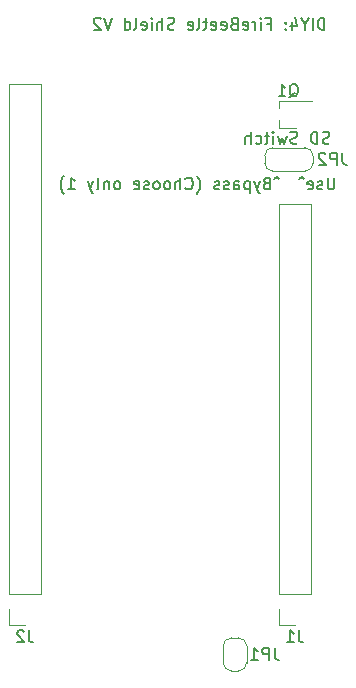
<source format=gbr>
%TF.GenerationSoftware,KiCad,Pcbnew,(6.0.8)*%
%TF.CreationDate,2022-10-21T13:47:49-04:00*%
%TF.ProjectId,firebeetle-shield,66697265-6265-4657-946c-652d73686965,v2*%
%TF.SameCoordinates,Original*%
%TF.FileFunction,Legend,Bot*%
%TF.FilePolarity,Positive*%
%FSLAX46Y46*%
G04 Gerber Fmt 4.6, Leading zero omitted, Abs format (unit mm)*
G04 Created by KiCad (PCBNEW (6.0.8)) date 2022-10-21 13:47:49*
%MOMM*%
%LPD*%
G01*
G04 APERTURE LIST*
%ADD10C,0.150000*%
%ADD11C,0.120000*%
G04 APERTURE END LIST*
D10*
X125071523Y-113432419D02*
X124881047Y-113289561D01*
X124690571Y-113432419D01*
X124023904Y-113813371D02*
X123881047Y-113860990D01*
X123833428Y-113908609D01*
X123785809Y-114003847D01*
X123785809Y-114146704D01*
X123833428Y-114241942D01*
X123881047Y-114289561D01*
X123976285Y-114337180D01*
X124357238Y-114337180D01*
X124357238Y-113337180D01*
X124023904Y-113337180D01*
X123928666Y-113384800D01*
X123881047Y-113432419D01*
X123833428Y-113527657D01*
X123833428Y-113622895D01*
X123881047Y-113718133D01*
X123928666Y-113765752D01*
X124023904Y-113813371D01*
X124357238Y-113813371D01*
X123452476Y-113670514D02*
X123214380Y-114337180D01*
X122976285Y-113670514D02*
X123214380Y-114337180D01*
X123309619Y-114575276D01*
X123357238Y-114622895D01*
X123452476Y-114670514D01*
X122595333Y-113670514D02*
X122595333Y-114670514D01*
X122595333Y-113718133D02*
X122500095Y-113670514D01*
X122309619Y-113670514D01*
X122214380Y-113718133D01*
X122166761Y-113765752D01*
X122119142Y-113860990D01*
X122119142Y-114146704D01*
X122166761Y-114241942D01*
X122214380Y-114289561D01*
X122309619Y-114337180D01*
X122500095Y-114337180D01*
X122595333Y-114289561D01*
X121262000Y-114337180D02*
X121262000Y-113813371D01*
X121309619Y-113718133D01*
X121404857Y-113670514D01*
X121595333Y-113670514D01*
X121690571Y-113718133D01*
X121262000Y-114289561D02*
X121357238Y-114337180D01*
X121595333Y-114337180D01*
X121690571Y-114289561D01*
X121738190Y-114194323D01*
X121738190Y-114099085D01*
X121690571Y-114003847D01*
X121595333Y-113956228D01*
X121357238Y-113956228D01*
X121262000Y-113908609D01*
X120833428Y-114289561D02*
X120738190Y-114337180D01*
X120547714Y-114337180D01*
X120452476Y-114289561D01*
X120404857Y-114194323D01*
X120404857Y-114146704D01*
X120452476Y-114051466D01*
X120547714Y-114003847D01*
X120690571Y-114003847D01*
X120785809Y-113956228D01*
X120833428Y-113860990D01*
X120833428Y-113813371D01*
X120785809Y-113718133D01*
X120690571Y-113670514D01*
X120547714Y-113670514D01*
X120452476Y-113718133D01*
X120023904Y-114289561D02*
X119928666Y-114337180D01*
X119738190Y-114337180D01*
X119642952Y-114289561D01*
X119595333Y-114194323D01*
X119595333Y-114146704D01*
X119642952Y-114051466D01*
X119738190Y-114003847D01*
X119881047Y-114003847D01*
X119976285Y-113956228D01*
X120023904Y-113860990D01*
X120023904Y-113813371D01*
X119976285Y-113718133D01*
X119881047Y-113670514D01*
X119738190Y-113670514D01*
X119642952Y-113718133D01*
X118119142Y-114718133D02*
X118166761Y-114670514D01*
X118262000Y-114527657D01*
X118309619Y-114432419D01*
X118357238Y-114289561D01*
X118404857Y-114051466D01*
X118404857Y-113860990D01*
X118357238Y-113622895D01*
X118309619Y-113480038D01*
X118262000Y-113384800D01*
X118166761Y-113241942D01*
X118119142Y-113194323D01*
X117166761Y-114241942D02*
X117214380Y-114289561D01*
X117357238Y-114337180D01*
X117452476Y-114337180D01*
X117595333Y-114289561D01*
X117690571Y-114194323D01*
X117738190Y-114099085D01*
X117785809Y-113908609D01*
X117785809Y-113765752D01*
X117738190Y-113575276D01*
X117690571Y-113480038D01*
X117595333Y-113384800D01*
X117452476Y-113337180D01*
X117357238Y-113337180D01*
X117214380Y-113384800D01*
X117166761Y-113432419D01*
X116738190Y-114337180D02*
X116738190Y-113337180D01*
X116309619Y-114337180D02*
X116309619Y-113813371D01*
X116357238Y-113718133D01*
X116452476Y-113670514D01*
X116595333Y-113670514D01*
X116690571Y-113718133D01*
X116738190Y-113765752D01*
X115690571Y-114337180D02*
X115785809Y-114289561D01*
X115833428Y-114241942D01*
X115881047Y-114146704D01*
X115881047Y-113860990D01*
X115833428Y-113765752D01*
X115785809Y-113718133D01*
X115690571Y-113670514D01*
X115547714Y-113670514D01*
X115452476Y-113718133D01*
X115404857Y-113765752D01*
X115357238Y-113860990D01*
X115357238Y-114146704D01*
X115404857Y-114241942D01*
X115452476Y-114289561D01*
X115547714Y-114337180D01*
X115690571Y-114337180D01*
X114785809Y-114337180D02*
X114881047Y-114289561D01*
X114928666Y-114241942D01*
X114976285Y-114146704D01*
X114976285Y-113860990D01*
X114928666Y-113765752D01*
X114881047Y-113718133D01*
X114785809Y-113670514D01*
X114642952Y-113670514D01*
X114547714Y-113718133D01*
X114500095Y-113765752D01*
X114452476Y-113860990D01*
X114452476Y-114146704D01*
X114500095Y-114241942D01*
X114547714Y-114289561D01*
X114642952Y-114337180D01*
X114785809Y-114337180D01*
X114071523Y-114289561D02*
X113976285Y-114337180D01*
X113785809Y-114337180D01*
X113690571Y-114289561D01*
X113642952Y-114194323D01*
X113642952Y-114146704D01*
X113690571Y-114051466D01*
X113785809Y-114003847D01*
X113928666Y-114003847D01*
X114023904Y-113956228D01*
X114071523Y-113860990D01*
X114071523Y-113813371D01*
X114023904Y-113718133D01*
X113928666Y-113670514D01*
X113785809Y-113670514D01*
X113690571Y-113718133D01*
X112833428Y-114289561D02*
X112928666Y-114337180D01*
X113119142Y-114337180D01*
X113214380Y-114289561D01*
X113262000Y-114194323D01*
X113262000Y-113813371D01*
X113214380Y-113718133D01*
X113119142Y-113670514D01*
X112928666Y-113670514D01*
X112833428Y-113718133D01*
X112785809Y-113813371D01*
X112785809Y-113908609D01*
X113262000Y-114003847D01*
X111452476Y-114337180D02*
X111547714Y-114289561D01*
X111595333Y-114241942D01*
X111642952Y-114146704D01*
X111642952Y-113860990D01*
X111595333Y-113765752D01*
X111547714Y-113718133D01*
X111452476Y-113670514D01*
X111309619Y-113670514D01*
X111214380Y-113718133D01*
X111166761Y-113765752D01*
X111119142Y-113860990D01*
X111119142Y-114146704D01*
X111166761Y-114241942D01*
X111214380Y-114289561D01*
X111309619Y-114337180D01*
X111452476Y-114337180D01*
X110690571Y-113670514D02*
X110690571Y-114337180D01*
X110690571Y-113765752D02*
X110642952Y-113718133D01*
X110547714Y-113670514D01*
X110404857Y-113670514D01*
X110309619Y-113718133D01*
X110262000Y-113813371D01*
X110262000Y-114337180D01*
X109642952Y-114337180D02*
X109738190Y-114289561D01*
X109785809Y-114194323D01*
X109785809Y-113337180D01*
X109357238Y-113670514D02*
X109119142Y-114337180D01*
X108881047Y-113670514D02*
X109119142Y-114337180D01*
X109214380Y-114575276D01*
X109262000Y-114622895D01*
X109357238Y-114670514D01*
X107214380Y-114337180D02*
X107785809Y-114337180D01*
X107500095Y-114337180D02*
X107500095Y-113337180D01*
X107595333Y-113480038D01*
X107690571Y-113575276D01*
X107785809Y-113622895D01*
X106881047Y-114718133D02*
X106833428Y-114670514D01*
X106738190Y-114527657D01*
X106690571Y-114432419D01*
X106642952Y-114289561D01*
X106595333Y-114051466D01*
X106595333Y-113860990D01*
X106642952Y-113622895D01*
X106690571Y-113480038D01*
X106738190Y-113384800D01*
X106833428Y-113241942D01*
X106881047Y-113194323D01*
X128929095Y-100824380D02*
X128929095Y-99824380D01*
X128691000Y-99824380D01*
X128548142Y-99872000D01*
X128452904Y-99967238D01*
X128405285Y-100062476D01*
X128357666Y-100252952D01*
X128357666Y-100395809D01*
X128405285Y-100586285D01*
X128452904Y-100681523D01*
X128548142Y-100776761D01*
X128691000Y-100824380D01*
X128929095Y-100824380D01*
X127929095Y-100824380D02*
X127929095Y-99824380D01*
X127262428Y-100348190D02*
X127262428Y-100824380D01*
X127595761Y-99824380D02*
X127262428Y-100348190D01*
X126929095Y-99824380D01*
X126167190Y-100157714D02*
X126167190Y-100824380D01*
X126405285Y-99776761D02*
X126643380Y-100491047D01*
X126024333Y-100491047D01*
X125643380Y-100729142D02*
X125595761Y-100776761D01*
X125643380Y-100824380D01*
X125691000Y-100776761D01*
X125643380Y-100729142D01*
X125643380Y-100824380D01*
X125643380Y-100205333D02*
X125595761Y-100252952D01*
X125643380Y-100300571D01*
X125691000Y-100252952D01*
X125643380Y-100205333D01*
X125643380Y-100300571D01*
X124071952Y-100300571D02*
X124405285Y-100300571D01*
X124405285Y-100824380D02*
X124405285Y-99824380D01*
X123929095Y-99824380D01*
X123548142Y-100824380D02*
X123548142Y-100157714D01*
X123548142Y-99824380D02*
X123595761Y-99872000D01*
X123548142Y-99919619D01*
X123500523Y-99872000D01*
X123548142Y-99824380D01*
X123548142Y-99919619D01*
X123071952Y-100824380D02*
X123071952Y-100157714D01*
X123071952Y-100348190D02*
X123024333Y-100252952D01*
X122976714Y-100205333D01*
X122881476Y-100157714D01*
X122786238Y-100157714D01*
X122071952Y-100776761D02*
X122167190Y-100824380D01*
X122357666Y-100824380D01*
X122452904Y-100776761D01*
X122500523Y-100681523D01*
X122500523Y-100300571D01*
X122452904Y-100205333D01*
X122357666Y-100157714D01*
X122167190Y-100157714D01*
X122071952Y-100205333D01*
X122024333Y-100300571D01*
X122024333Y-100395809D01*
X122500523Y-100491047D01*
X121262428Y-100300571D02*
X121119571Y-100348190D01*
X121071952Y-100395809D01*
X121024333Y-100491047D01*
X121024333Y-100633904D01*
X121071952Y-100729142D01*
X121119571Y-100776761D01*
X121214809Y-100824380D01*
X121595761Y-100824380D01*
X121595761Y-99824380D01*
X121262428Y-99824380D01*
X121167190Y-99872000D01*
X121119571Y-99919619D01*
X121071952Y-100014857D01*
X121071952Y-100110095D01*
X121119571Y-100205333D01*
X121167190Y-100252952D01*
X121262428Y-100300571D01*
X121595761Y-100300571D01*
X120214809Y-100776761D02*
X120310047Y-100824380D01*
X120500523Y-100824380D01*
X120595761Y-100776761D01*
X120643380Y-100681523D01*
X120643380Y-100300571D01*
X120595761Y-100205333D01*
X120500523Y-100157714D01*
X120310047Y-100157714D01*
X120214809Y-100205333D01*
X120167190Y-100300571D01*
X120167190Y-100395809D01*
X120643380Y-100491047D01*
X119357666Y-100776761D02*
X119452904Y-100824380D01*
X119643380Y-100824380D01*
X119738619Y-100776761D01*
X119786238Y-100681523D01*
X119786238Y-100300571D01*
X119738619Y-100205333D01*
X119643380Y-100157714D01*
X119452904Y-100157714D01*
X119357666Y-100205333D01*
X119310047Y-100300571D01*
X119310047Y-100395809D01*
X119786238Y-100491047D01*
X119024333Y-100157714D02*
X118643380Y-100157714D01*
X118881476Y-99824380D02*
X118881476Y-100681523D01*
X118833857Y-100776761D01*
X118738619Y-100824380D01*
X118643380Y-100824380D01*
X118167190Y-100824380D02*
X118262428Y-100776761D01*
X118310047Y-100681523D01*
X118310047Y-99824380D01*
X117405285Y-100776761D02*
X117500523Y-100824380D01*
X117691000Y-100824380D01*
X117786238Y-100776761D01*
X117833857Y-100681523D01*
X117833857Y-100300571D01*
X117786238Y-100205333D01*
X117691000Y-100157714D01*
X117500523Y-100157714D01*
X117405285Y-100205333D01*
X117357666Y-100300571D01*
X117357666Y-100395809D01*
X117833857Y-100491047D01*
X116214809Y-100776761D02*
X116071952Y-100824380D01*
X115833857Y-100824380D01*
X115738619Y-100776761D01*
X115691000Y-100729142D01*
X115643380Y-100633904D01*
X115643380Y-100538666D01*
X115691000Y-100443428D01*
X115738619Y-100395809D01*
X115833857Y-100348190D01*
X116024333Y-100300571D01*
X116119571Y-100252952D01*
X116167190Y-100205333D01*
X116214809Y-100110095D01*
X116214809Y-100014857D01*
X116167190Y-99919619D01*
X116119571Y-99872000D01*
X116024333Y-99824380D01*
X115786238Y-99824380D01*
X115643380Y-99872000D01*
X115214809Y-100824380D02*
X115214809Y-99824380D01*
X114786238Y-100824380D02*
X114786238Y-100300571D01*
X114833857Y-100205333D01*
X114929095Y-100157714D01*
X115071952Y-100157714D01*
X115167190Y-100205333D01*
X115214809Y-100252952D01*
X114310047Y-100824380D02*
X114310047Y-100157714D01*
X114310047Y-99824380D02*
X114357666Y-99872000D01*
X114310047Y-99919619D01*
X114262428Y-99872000D01*
X114310047Y-99824380D01*
X114310047Y-99919619D01*
X113452904Y-100776761D02*
X113548142Y-100824380D01*
X113738619Y-100824380D01*
X113833857Y-100776761D01*
X113881476Y-100681523D01*
X113881476Y-100300571D01*
X113833857Y-100205333D01*
X113738619Y-100157714D01*
X113548142Y-100157714D01*
X113452904Y-100205333D01*
X113405285Y-100300571D01*
X113405285Y-100395809D01*
X113881476Y-100491047D01*
X112833857Y-100824380D02*
X112929095Y-100776761D01*
X112976714Y-100681523D01*
X112976714Y-99824380D01*
X112024333Y-100824380D02*
X112024333Y-99824380D01*
X112024333Y-100776761D02*
X112119571Y-100824380D01*
X112310047Y-100824380D01*
X112405285Y-100776761D01*
X112452904Y-100729142D01*
X112500523Y-100633904D01*
X112500523Y-100348190D01*
X112452904Y-100252952D01*
X112405285Y-100205333D01*
X112310047Y-100157714D01*
X112119571Y-100157714D01*
X112024333Y-100205333D01*
X110929095Y-99824380D02*
X110595761Y-100824380D01*
X110262428Y-99824380D01*
X109976714Y-99919619D02*
X109929095Y-99872000D01*
X109833857Y-99824380D01*
X109595761Y-99824380D01*
X109500523Y-99872000D01*
X109452904Y-99919619D01*
X109405285Y-100014857D01*
X109405285Y-100110095D01*
X109452904Y-100252952D01*
X110024333Y-100824380D01*
X109405285Y-100824380D01*
X129765161Y-113337180D02*
X129765161Y-114146704D01*
X129717542Y-114241942D01*
X129669923Y-114289561D01*
X129574685Y-114337180D01*
X129384209Y-114337180D01*
X129288971Y-114289561D01*
X129241352Y-114241942D01*
X129193733Y-114146704D01*
X129193733Y-113337180D01*
X128765161Y-114289561D02*
X128669923Y-114337180D01*
X128479447Y-114337180D01*
X128384209Y-114289561D01*
X128336590Y-114194323D01*
X128336590Y-114146704D01*
X128384209Y-114051466D01*
X128479447Y-114003847D01*
X128622304Y-114003847D01*
X128717542Y-113956228D01*
X128765161Y-113860990D01*
X128765161Y-113813371D01*
X128717542Y-113718133D01*
X128622304Y-113670514D01*
X128479447Y-113670514D01*
X128384209Y-113718133D01*
X127527066Y-114289561D02*
X127622304Y-114337180D01*
X127812780Y-114337180D01*
X127908019Y-114289561D01*
X127955638Y-114194323D01*
X127955638Y-113813371D01*
X127908019Y-113718133D01*
X127812780Y-113670514D01*
X127622304Y-113670514D01*
X127527066Y-113718133D01*
X127479447Y-113813371D01*
X127479447Y-113908609D01*
X127955638Y-114003847D01*
X127193733Y-113432419D02*
X127003257Y-113289561D01*
X126812780Y-113432419D01*
X129341028Y-110428761D02*
X129198171Y-110476380D01*
X128960076Y-110476380D01*
X128864838Y-110428761D01*
X128817219Y-110381142D01*
X128769600Y-110285904D01*
X128769600Y-110190666D01*
X128817219Y-110095428D01*
X128864838Y-110047809D01*
X128960076Y-110000190D01*
X129150552Y-109952571D01*
X129245790Y-109904952D01*
X129293409Y-109857333D01*
X129341028Y-109762095D01*
X129341028Y-109666857D01*
X129293409Y-109571619D01*
X129245790Y-109524000D01*
X129150552Y-109476380D01*
X128912457Y-109476380D01*
X128769600Y-109524000D01*
X128341028Y-110476380D02*
X128341028Y-109476380D01*
X128102933Y-109476380D01*
X127960076Y-109524000D01*
X127864838Y-109619238D01*
X127817219Y-109714476D01*
X127769600Y-109904952D01*
X127769600Y-110047809D01*
X127817219Y-110238285D01*
X127864838Y-110333523D01*
X127960076Y-110428761D01*
X128102933Y-110476380D01*
X128341028Y-110476380D01*
X126626742Y-110428761D02*
X126483885Y-110476380D01*
X126245790Y-110476380D01*
X126150552Y-110428761D01*
X126102933Y-110381142D01*
X126055314Y-110285904D01*
X126055314Y-110190666D01*
X126102933Y-110095428D01*
X126150552Y-110047809D01*
X126245790Y-110000190D01*
X126436266Y-109952571D01*
X126531504Y-109904952D01*
X126579123Y-109857333D01*
X126626742Y-109762095D01*
X126626742Y-109666857D01*
X126579123Y-109571619D01*
X126531504Y-109524000D01*
X126436266Y-109476380D01*
X126198171Y-109476380D01*
X126055314Y-109524000D01*
X125721980Y-109809714D02*
X125531504Y-110476380D01*
X125341028Y-110000190D01*
X125150552Y-110476380D01*
X124960076Y-109809714D01*
X124579123Y-110476380D02*
X124579123Y-109809714D01*
X124579123Y-109476380D02*
X124626742Y-109524000D01*
X124579123Y-109571619D01*
X124531504Y-109524000D01*
X124579123Y-109476380D01*
X124579123Y-109571619D01*
X124245790Y-109809714D02*
X123864838Y-109809714D01*
X124102933Y-109476380D02*
X124102933Y-110333523D01*
X124055314Y-110428761D01*
X123960076Y-110476380D01*
X123864838Y-110476380D01*
X123102933Y-110428761D02*
X123198171Y-110476380D01*
X123388647Y-110476380D01*
X123483885Y-110428761D01*
X123531504Y-110381142D01*
X123579123Y-110285904D01*
X123579123Y-110000190D01*
X123531504Y-109904952D01*
X123483885Y-109857333D01*
X123388647Y-109809714D01*
X123198171Y-109809714D01*
X123102933Y-109857333D01*
X122674361Y-110476380D02*
X122674361Y-109476380D01*
X122245790Y-110476380D02*
X122245790Y-109952571D01*
X122293409Y-109857333D01*
X122388647Y-109809714D01*
X122531504Y-109809714D01*
X122626742Y-109857333D01*
X122674361Y-109904952D01*
%TO.C,Q1*%
X125950238Y-106539619D02*
X126045476Y-106492000D01*
X126140714Y-106396761D01*
X126283571Y-106253904D01*
X126378809Y-106206285D01*
X126474047Y-106206285D01*
X126426428Y-106444380D02*
X126521666Y-106396761D01*
X126616904Y-106301523D01*
X126664523Y-106111047D01*
X126664523Y-105777714D01*
X126616904Y-105587238D01*
X126521666Y-105492000D01*
X126426428Y-105444380D01*
X126235952Y-105444380D01*
X126140714Y-105492000D01*
X126045476Y-105587238D01*
X125997857Y-105777714D01*
X125997857Y-106111047D01*
X126045476Y-106301523D01*
X126140714Y-106396761D01*
X126235952Y-106444380D01*
X126426428Y-106444380D01*
X125045476Y-106444380D02*
X125616904Y-106444380D01*
X125331190Y-106444380D02*
X125331190Y-105444380D01*
X125426428Y-105587238D01*
X125521666Y-105682476D01*
X125616904Y-105730095D01*
%TO.C,J2*%
X103903333Y-151684380D02*
X103903333Y-152398666D01*
X103950952Y-152541523D01*
X104046190Y-152636761D01*
X104189047Y-152684380D01*
X104284285Y-152684380D01*
X103474761Y-151779619D02*
X103427142Y-151732000D01*
X103331904Y-151684380D01*
X103093809Y-151684380D01*
X102998571Y-151732000D01*
X102950952Y-151779619D01*
X102903333Y-151874857D01*
X102903333Y-151970095D01*
X102950952Y-152112952D01*
X103522380Y-152684380D01*
X102903333Y-152684380D01*
%TO.C,JP2*%
X130438333Y-111254380D02*
X130438333Y-111968666D01*
X130485952Y-112111523D01*
X130581190Y-112206761D01*
X130724047Y-112254380D01*
X130819285Y-112254380D01*
X129962142Y-112254380D02*
X129962142Y-111254380D01*
X129581190Y-111254380D01*
X129485952Y-111302000D01*
X129438333Y-111349619D01*
X129390714Y-111444857D01*
X129390714Y-111587714D01*
X129438333Y-111682952D01*
X129485952Y-111730571D01*
X129581190Y-111778190D01*
X129962142Y-111778190D01*
X129009761Y-111349619D02*
X128962142Y-111302000D01*
X128866904Y-111254380D01*
X128628809Y-111254380D01*
X128533571Y-111302000D01*
X128485952Y-111349619D01*
X128438333Y-111444857D01*
X128438333Y-111540095D01*
X128485952Y-111682952D01*
X129057380Y-112254380D01*
X128438333Y-112254380D01*
%TO.C,J1*%
X126763333Y-151684380D02*
X126763333Y-152398666D01*
X126810952Y-152541523D01*
X126906190Y-152636761D01*
X127049047Y-152684380D01*
X127144285Y-152684380D01*
X125763333Y-152684380D02*
X126334761Y-152684380D01*
X126049047Y-152684380D02*
X126049047Y-151684380D01*
X126144285Y-151827238D01*
X126239523Y-151922476D01*
X126334761Y-151970095D01*
%TO.C,JP1*%
X124723333Y-153164380D02*
X124723333Y-153878666D01*
X124770952Y-154021523D01*
X124866190Y-154116761D01*
X125009047Y-154164380D01*
X125104285Y-154164380D01*
X124247142Y-154164380D02*
X124247142Y-153164380D01*
X123866190Y-153164380D01*
X123770952Y-153212000D01*
X123723333Y-153259619D01*
X123675714Y-153354857D01*
X123675714Y-153497714D01*
X123723333Y-153592952D01*
X123770952Y-153640571D01*
X123866190Y-153688190D01*
X124247142Y-153688190D01*
X122723333Y-154164380D02*
X123294761Y-154164380D01*
X123009047Y-154164380D02*
X123009047Y-153164380D01*
X123104285Y-153307238D01*
X123199523Y-153402476D01*
X123294761Y-153450095D01*
D11*
%TO.C,Q1*%
X125120000Y-108492000D02*
X125120000Y-109152000D01*
X125120000Y-106822000D02*
X125120000Y-107492000D01*
X126530000Y-109152000D02*
X125120000Y-109152000D01*
X125120000Y-106832000D02*
X127855000Y-106832000D01*
%TO.C,J2*%
X102240000Y-149902000D02*
X102240000Y-151232000D01*
X102240000Y-148632000D02*
X102240000Y-105392000D01*
X102240000Y-148632000D02*
X104900000Y-148632000D01*
X104900000Y-148632000D02*
X104900000Y-105392000D01*
X102240000Y-151232000D02*
X103570000Y-151232000D01*
X102240000Y-105392000D02*
X104900000Y-105392000D01*
%TO.C,JP2*%
X127322000Y-110802000D02*
X124522000Y-110802000D01*
X127972000Y-112102000D02*
X127972000Y-111502000D01*
X123872000Y-111502000D02*
X123872000Y-112102000D01*
X124522000Y-112802000D02*
X127322000Y-112802000D01*
X127972000Y-111502000D02*
G75*
G03*
X127272000Y-110802000I-699999J1D01*
G01*
X124572000Y-110802000D02*
G75*
G03*
X123872000Y-111502000I0J-700000D01*
G01*
X127272000Y-112802000D02*
G75*
G03*
X127972000Y-112102000I1J699999D01*
G01*
X123872000Y-112102000D02*
G75*
G03*
X124572000Y-112802000I700000J0D01*
G01*
%TO.C,J1*%
X127760000Y-148632000D02*
X127760000Y-115552000D01*
X125100000Y-149902000D02*
X125100000Y-151232000D01*
X125100000Y-148632000D02*
X127760000Y-148632000D01*
X125100000Y-151232000D02*
X126430000Y-151232000D01*
X125100000Y-148632000D02*
X125100000Y-115552000D01*
X125100000Y-115552000D02*
X127760000Y-115552000D01*
%TO.C,JP1*%
X121650000Y-152312000D02*
X121050000Y-152312000D01*
X121050000Y-155112000D02*
X121650000Y-155112000D01*
X122350000Y-154412000D02*
X122350000Y-153012000D01*
X120350000Y-153012000D02*
X120350000Y-154412000D01*
X122350000Y-153012000D02*
G75*
G03*
X121650000Y-152312000I-700000J0D01*
G01*
X121650000Y-155112000D02*
G75*
G03*
X122350000Y-154412000I1J699999D01*
G01*
X120350000Y-154412000D02*
G75*
G03*
X121050000Y-155112000I699999J-1D01*
G01*
X121050000Y-152312000D02*
G75*
G03*
X120350000Y-153012000I0J-700000D01*
G01*
%TD*%
M02*

</source>
